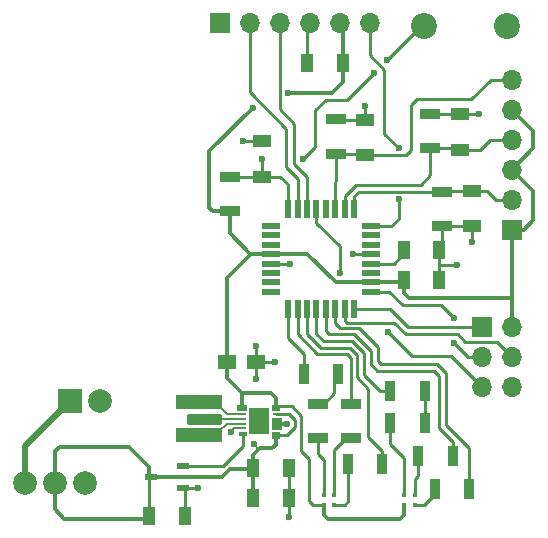
<source format=gtl>
%TF.GenerationSoftware,KiCad,Pcbnew,4.0.7*%
%TF.CreationDate,2018-10-18T17:54:17-04:00*%
%TF.ProjectId,GCEW_Glove,474345575F476C6F76652E6B69636164,1*%
%TF.FileFunction,Copper,L1,Top,Signal*%
%FSLAX46Y46*%
G04 Gerber Fmt 4.6, Leading zero omitted, Abs format (unit mm)*
G04 Created by KiCad (PCBNEW 4.0.7) date 10/18/18 17:54:17*
%MOMM*%
%LPD*%
G01*
G04 APERTURE LIST*
%ADD10C,0.100000*%
%ADD11R,1.680000X2.200000*%
%ADD12R,0.600000X0.200000*%
%ADD13R,2.000000X2.000000*%
%ADD14C,2.000000*%
%ADD15R,1.000000X1.600000*%
%ADD16R,1.500000X1.250000*%
%ADD17R,1.600000X1.000000*%
%ADD18R,1.700000X1.700000*%
%ADD19O,1.700000X1.700000*%
%ADD20R,3.900000X1.200000*%
%ADD21R,0.900000X1.700000*%
%ADD22R,1.700000X0.900000*%
%ADD23C,2.200000*%
%ADD24R,1.050000X0.600000*%
%ADD25R,1.600000X0.550000*%
%ADD26R,0.550000X1.600000*%
%ADD27R,0.450000X0.450000*%
%ADD28C,0.600000*%
%ADD29C,0.200000*%
%ADD30C,0.300000*%
%ADD31C,0.220000*%
%ADD32C,0.250000*%
%ADD33C,0.500000*%
%ADD34C,0.254000*%
%ADD35C,0.025400*%
G04 APERTURE END LIST*
D10*
D11*
X154500000Y-136500000D03*
D12*
X153100000Y-135500000D03*
X153100000Y-135900000D03*
X153100000Y-136300000D03*
X153100000Y-136700000D03*
X153100000Y-137100000D03*
X153100000Y-137500000D03*
X155900000Y-137500000D03*
X155900000Y-137100000D03*
X155900000Y-136700000D03*
X155900000Y-136300000D03*
X155900000Y-135900000D03*
X155900000Y-135500000D03*
D13*
X138480000Y-134770000D03*
D14*
X141020000Y-134770000D03*
D15*
X145200000Y-144500000D03*
X148200000Y-144500000D03*
X157000000Y-140500000D03*
X154000000Y-140500000D03*
X157000000Y-143000000D03*
X154000000Y-143000000D03*
D16*
X151750000Y-131500000D03*
X154250000Y-131500000D03*
D15*
X166750000Y-122000000D03*
X169750000Y-122000000D03*
X169750000Y-124500000D03*
X166750000Y-124500000D03*
D17*
X154725000Y-112800000D03*
X154725000Y-115800000D03*
D15*
X158575000Y-106150000D03*
X161575000Y-106150000D03*
D17*
X172500000Y-117000000D03*
X172500000Y-120000000D03*
X171500000Y-113500000D03*
X171500000Y-110500000D03*
X163500000Y-114000000D03*
X163500000Y-111000000D03*
D18*
X173350000Y-128500000D03*
D19*
X175890000Y-128500000D03*
X173350000Y-131040000D03*
X175890000Y-131040000D03*
X173350000Y-133580000D03*
X175890000Y-133580000D03*
D18*
X175900000Y-120275000D03*
D19*
X175900000Y-117735000D03*
X175900000Y-115195000D03*
X175900000Y-112655000D03*
X175900000Y-110115000D03*
X175900000Y-107575000D03*
D20*
X149400000Y-134900000D03*
X149400000Y-137700000D03*
D21*
X172275000Y-142225000D03*
X169375000Y-142225000D03*
X161200000Y-132500000D03*
X158300000Y-132500000D03*
X170875000Y-139450000D03*
X167975000Y-139450000D03*
X168500000Y-136675000D03*
X165600000Y-136675000D03*
X168500000Y-133925000D03*
X165600000Y-133925000D03*
D22*
X159500000Y-137950000D03*
X159500000Y-135050000D03*
X162250000Y-137950000D03*
X162250000Y-135050000D03*
D21*
X162025000Y-140150000D03*
X164925000Y-140150000D03*
D22*
X152025000Y-118700000D03*
X152025000Y-115800000D03*
X170000000Y-117050000D03*
X170000000Y-119950000D03*
X169000000Y-113350000D03*
X169000000Y-110450000D03*
X161000000Y-113850000D03*
X161000000Y-110950000D03*
D14*
X137200000Y-141700000D03*
X139740000Y-141700000D03*
X134660000Y-141700000D03*
D23*
X168475000Y-103000000D03*
X175475000Y-103000000D03*
D24*
X145350000Y-141200000D03*
X148050000Y-140250000D03*
X148050000Y-142150000D03*
D25*
X155500000Y-119950000D03*
X155500000Y-120750000D03*
X155500000Y-121550000D03*
X155500000Y-122350000D03*
X155500000Y-123150000D03*
X155500000Y-123950000D03*
X155500000Y-124750000D03*
X155500000Y-125550000D03*
D26*
X156950000Y-127000000D03*
X157750000Y-127000000D03*
X158550000Y-127000000D03*
X159350000Y-127000000D03*
X160150000Y-127000000D03*
X160950000Y-127000000D03*
X161750000Y-127000000D03*
X162550000Y-127000000D03*
D25*
X164000000Y-125550000D03*
X164000000Y-124750000D03*
X164000000Y-123950000D03*
X164000000Y-123150000D03*
X164000000Y-122350000D03*
X164000000Y-121550000D03*
X164000000Y-120750000D03*
X164000000Y-119950000D03*
D26*
X162550000Y-118500000D03*
X161750000Y-118500000D03*
X160950000Y-118500000D03*
X160150000Y-118500000D03*
X159350000Y-118500000D03*
X158550000Y-118500000D03*
X157750000Y-118500000D03*
X156950000Y-118500000D03*
D18*
X151175000Y-102800000D03*
D19*
X153715000Y-102800000D03*
X156255000Y-102800000D03*
X158795000Y-102800000D03*
X161335000Y-102800000D03*
X163875000Y-102800000D03*
D27*
X166800000Y-143575000D03*
X166800000Y-142725000D03*
X167650000Y-142725000D03*
X167650000Y-143575000D03*
X160000000Y-143575000D03*
X160000000Y-142725000D03*
X160850000Y-142725000D03*
X160850000Y-143575000D03*
D28*
X154025000Y-138450000D03*
X152125000Y-137375000D03*
X156875000Y-136700000D03*
X150050000Y-136300000D03*
X150950000Y-136300000D03*
X149050000Y-136300000D03*
X155010000Y-137270000D03*
X153990000Y-137270000D03*
X155010000Y-135730000D03*
X153990000Y-135740000D03*
X157100000Y-123150000D03*
X162400000Y-122350000D03*
X157000000Y-144600000D03*
X153150000Y-112800000D03*
X149350000Y-142150000D03*
X154250000Y-130100000D03*
X155800000Y-131500000D03*
X154250000Y-132900000D03*
X163500000Y-109800000D03*
X173100000Y-110500000D03*
X171250000Y-123250000D03*
X172500000Y-121350000D03*
X153950000Y-109975000D03*
X156975000Y-108675000D03*
X165325000Y-105875000D03*
X164225000Y-106975000D03*
X158175000Y-114325000D03*
X154725000Y-114300000D03*
X171000000Y-127775000D03*
X171000000Y-129875000D03*
X165400000Y-128975000D03*
X161300000Y-123925000D03*
X166300000Y-113350000D03*
X166300000Y-117700000D03*
D29*
X153100000Y-137100000D02*
X152400000Y-137100000D01*
X154425000Y-138850000D02*
X154425000Y-138950000D01*
X154025000Y-138450000D02*
X154425000Y-138850000D01*
X152400000Y-137100000D02*
X152125000Y-137375000D01*
D30*
X154000000Y-140500000D02*
X154000000Y-139375000D01*
X154000000Y-139375000D02*
X154425000Y-138950000D01*
X154425000Y-138950000D02*
X154575000Y-138800000D01*
X154575000Y-138800000D02*
X155600000Y-138800000D01*
X155600000Y-138800000D02*
X155900000Y-138500000D01*
X155900000Y-138500000D02*
X155900000Y-137800000D01*
D31*
X155900000Y-135900000D02*
X157025000Y-135900000D01*
X156850000Y-137650000D02*
X156175000Y-137650000D01*
X157525000Y-136975000D02*
X156850000Y-137650000D01*
X157525000Y-136400000D02*
X157525000Y-136975000D01*
X157025000Y-135900000D02*
X157525000Y-136400000D01*
D30*
X137200000Y-141700000D02*
X137200000Y-139050000D01*
X137200000Y-139050000D02*
X137600000Y-138650000D01*
X137600000Y-138650000D02*
X143475000Y-138650000D01*
X143475000Y-138650000D02*
X145200000Y-140375000D01*
X145200000Y-140375000D02*
X145200000Y-141200000D01*
D32*
X145200000Y-141200000D02*
X145350000Y-141200000D01*
D30*
X137200000Y-141700000D02*
X137200000Y-143950000D01*
X137200000Y-143950000D02*
X138000000Y-144750000D01*
X138000000Y-144750000D02*
X144975000Y-144750000D01*
D32*
X144975000Y-144750000D02*
X145200000Y-144500000D01*
X137350000Y-141100000D02*
X137200000Y-141700000D01*
D30*
X145350000Y-141200000D02*
X151375000Y-141200000D01*
X151375000Y-141200000D02*
X152050000Y-140525000D01*
X152050000Y-140525000D02*
X153975000Y-140525000D01*
D32*
X153975000Y-140525000D02*
X154000000Y-140500000D01*
X145200000Y-144500000D02*
X145200000Y-141325000D01*
X145200000Y-141325000D02*
X145350000Y-141200000D01*
D30*
X154000000Y-143000000D02*
X154000000Y-140525000D01*
D32*
X154000000Y-140525000D02*
X154000000Y-140500000D01*
D30*
X155900000Y-136700000D02*
X156875000Y-136700000D01*
D29*
X149050000Y-136300000D02*
X150050000Y-136300000D01*
X150950000Y-136300000D02*
X153100000Y-136300000D01*
X150050000Y-136300000D02*
X150950000Y-136300000D01*
D32*
X154500000Y-136500000D02*
X154500000Y-136760000D01*
X154500000Y-136760000D02*
X155010000Y-137270000D01*
X154500000Y-136760000D02*
X153990000Y-137270000D01*
X154500000Y-136500000D02*
X154500000Y-136240000D01*
X154500000Y-136240000D02*
X155010000Y-135730000D01*
X154500000Y-136500000D02*
X154500000Y-136250000D01*
X154500000Y-136250000D02*
X153990000Y-135740000D01*
X155500000Y-123150000D02*
X157100000Y-123150000D01*
X164000000Y-122350000D02*
X162400000Y-122350000D01*
X157000000Y-143000000D02*
X157000000Y-144600000D01*
X154725000Y-112800000D02*
X153150000Y-112800000D01*
X158575000Y-106150000D02*
X158575000Y-103025000D01*
X158575000Y-103025000D02*
X158800000Y-102800000D01*
X158800000Y-102800000D02*
X158795000Y-102800000D01*
X148050000Y-142150000D02*
X149350000Y-142150000D01*
X154250000Y-131500000D02*
X154250000Y-130100000D01*
X154250000Y-131500000D02*
X155800000Y-131500000D01*
X154250000Y-131500000D02*
X154250000Y-132900000D01*
X163500000Y-111000000D02*
X163500000Y-109800000D01*
X163500000Y-111000000D02*
X161000000Y-111000000D01*
X161000000Y-111000000D02*
X161000000Y-110950000D01*
X171500000Y-110500000D02*
X173100000Y-110500000D01*
X171500000Y-110500000D02*
X169000000Y-110500000D01*
X169000000Y-110500000D02*
X169000000Y-110450000D01*
X169750000Y-123250000D02*
X171250000Y-123250000D01*
X172500000Y-120000000D02*
X172500000Y-121350000D01*
X172500000Y-120000000D02*
X170050000Y-120000000D01*
X170050000Y-120000000D02*
X170025000Y-119975000D01*
X170025000Y-119975000D02*
X170000000Y-119950000D01*
X169750000Y-124500000D02*
X169750000Y-123250000D01*
X169750000Y-123250000D02*
X169750000Y-122000000D01*
X169750000Y-122000000D02*
X170000000Y-121750000D01*
X170000000Y-121750000D02*
X170000000Y-119950000D01*
X148200000Y-144500000D02*
X148200000Y-142300000D01*
X148200000Y-142300000D02*
X148050000Y-142150000D01*
X157000000Y-140500000D02*
X157000000Y-142700000D01*
X157000000Y-142700000D02*
X157000000Y-143000000D01*
X155900000Y-135250000D02*
X157250000Y-135250000D01*
X159050000Y-143575000D02*
X160000000Y-143575000D01*
X158750000Y-143275000D02*
X159050000Y-143575000D01*
X158750000Y-139725000D02*
X158750000Y-143275000D01*
X158025000Y-139000000D02*
X158750000Y-139725000D01*
X158025000Y-136025000D02*
X158025000Y-139000000D01*
X157250000Y-135250000D02*
X158025000Y-136025000D01*
D30*
X153025000Y-134125000D02*
X155475000Y-134125000D01*
X155900000Y-134550000D02*
X155900000Y-135250000D01*
X155900000Y-135250000D02*
X155900000Y-135200000D01*
X155475000Y-134125000D02*
X155900000Y-134550000D01*
X151750000Y-131500000D02*
X151750000Y-132850000D01*
X153025000Y-134125000D02*
X153025000Y-134125000D01*
X153025000Y-134125000D02*
X153025000Y-135150000D01*
X151750000Y-132850000D02*
X153025000Y-134125000D01*
X152025000Y-118700000D02*
X150550000Y-118700000D01*
X150550000Y-118700000D02*
X150275000Y-118425000D01*
X150275000Y-118425000D02*
X150275000Y-113650000D01*
X150275000Y-113650000D02*
X153950000Y-109975000D01*
X156975000Y-108675000D02*
X160675000Y-108675000D01*
X160675000Y-108675000D02*
X161575000Y-107775000D01*
X161575000Y-107775000D02*
X161575000Y-106150000D01*
D32*
X175900000Y-115195000D02*
X175905000Y-115195000D01*
D30*
X175905000Y-115195000D02*
X177700000Y-113400000D01*
X177700000Y-113400000D02*
X177700000Y-111925000D01*
X177700000Y-111925000D02*
X175900000Y-110125000D01*
D32*
X175900000Y-110125000D02*
X175900000Y-110115000D01*
D30*
X175900000Y-120275000D02*
X176925000Y-120275000D01*
X176925000Y-120275000D02*
X177700000Y-119500000D01*
X177700000Y-119500000D02*
X177700000Y-117000000D01*
X177700000Y-117000000D02*
X175900000Y-115200000D01*
D32*
X175900000Y-115200000D02*
X175900000Y-115195000D01*
D30*
X166750000Y-124500000D02*
X166750000Y-125600000D01*
X175875000Y-126075000D02*
X175890000Y-126075000D01*
X167225000Y-126075000D02*
X175875000Y-126075000D01*
X166750000Y-125600000D02*
X167225000Y-126075000D01*
X175890000Y-128500000D02*
X175890000Y-126075000D01*
X175890000Y-126075000D02*
X175890000Y-120985000D01*
D32*
X175890000Y-120985000D02*
X175900000Y-120975000D01*
X175900000Y-120975000D02*
X175900000Y-120275000D01*
D30*
X160000000Y-143575000D02*
X160000000Y-144450000D01*
X166800000Y-144400000D02*
X166800000Y-143575000D01*
X166400000Y-144800000D02*
X166800000Y-144400000D01*
X160350000Y-144800000D02*
X166400000Y-144800000D01*
X160000000Y-144450000D02*
X160350000Y-144800000D01*
X155500000Y-122350000D02*
X158575000Y-122350000D01*
X160975000Y-124750000D02*
X164000000Y-124750000D01*
X158575000Y-122350000D02*
X160975000Y-124750000D01*
X152025000Y-118700000D02*
X152025000Y-120575000D01*
X153750000Y-122300000D02*
X153750000Y-122350000D01*
X152025000Y-120575000D02*
X153750000Y-122300000D01*
X161575000Y-106150000D02*
X161575000Y-103050000D01*
D32*
X161575000Y-103050000D02*
X161350000Y-102825000D01*
X161350000Y-102825000D02*
X161335000Y-102800000D01*
D30*
X164000000Y-124750000D02*
X166425000Y-124750000D01*
D32*
X166425000Y-124750000D02*
X166750000Y-124500000D01*
D30*
X151750000Y-131500000D02*
X151750000Y-124375000D01*
X151750000Y-124375000D02*
X153775000Y-122350000D01*
X153775000Y-122350000D02*
X153750000Y-122350000D01*
X153750000Y-122350000D02*
X154775000Y-122350000D01*
D32*
X154775000Y-122350000D02*
X155500000Y-122350000D01*
X164000000Y-123150000D02*
X165875000Y-123150000D01*
X165875000Y-123150000D02*
X166750000Y-122275000D01*
X166750000Y-122275000D02*
X166750000Y-122000000D01*
X154725000Y-115800000D02*
X154725000Y-114300000D01*
X165325000Y-105875000D02*
X168200000Y-103000000D01*
X161925000Y-109275000D02*
X164225000Y-106975000D01*
X160150000Y-109275000D02*
X161925000Y-109275000D01*
X159250000Y-110175000D02*
X160150000Y-109275000D01*
X159250000Y-113250000D02*
X159250000Y-110175000D01*
X158175000Y-114325000D02*
X159250000Y-113250000D01*
X168200000Y-103000000D02*
X168450000Y-103000000D01*
X168450000Y-103000000D02*
X168475000Y-103000000D01*
X154725000Y-115800000D02*
X156300000Y-115800000D01*
X156950000Y-116450000D02*
X156950000Y-118475000D01*
X156300000Y-115800000D02*
X156950000Y-116450000D01*
X156950000Y-118475000D02*
X156950000Y-118500000D01*
X152025000Y-115800000D02*
X154725000Y-115800000D01*
X175900000Y-117735000D02*
X174510000Y-117735000D01*
X173775000Y-117000000D02*
X172525000Y-117000000D01*
X174510000Y-117735000D02*
X173775000Y-117000000D01*
X172525000Y-117000000D02*
X172500000Y-117000000D01*
X162550000Y-118500000D02*
X162550000Y-117450000D01*
X162950000Y-117050000D02*
X170000000Y-117050000D01*
X162550000Y-117450000D02*
X162950000Y-117050000D01*
X172500000Y-116950000D02*
X172500000Y-117000000D01*
X172500000Y-117000000D02*
X170050000Y-117000000D01*
X170050000Y-117000000D02*
X170000000Y-117050000D01*
X175900000Y-112655000D02*
X174020000Y-112655000D01*
X173175000Y-113500000D02*
X171500000Y-113500000D01*
X174020000Y-112655000D02*
X173175000Y-113500000D01*
X161750000Y-118500000D02*
X161750000Y-117400000D01*
X169000000Y-115650000D02*
X169000000Y-113350000D01*
X168175000Y-116475000D02*
X169000000Y-115650000D01*
X162675000Y-116475000D02*
X168175000Y-116475000D01*
X161750000Y-117400000D02*
X162675000Y-116475000D01*
X169000000Y-113350000D02*
X171450000Y-113350000D01*
X171450000Y-113350000D02*
X171500000Y-113500000D01*
X166950000Y-114000000D02*
X163500000Y-114000000D01*
X167375000Y-113575000D02*
X166950000Y-114000000D01*
X167375000Y-109750000D02*
X167375000Y-113575000D01*
X167900000Y-109225000D02*
X167375000Y-109750000D01*
X172450000Y-109225000D02*
X167900000Y-109225000D01*
X174100000Y-107575000D02*
X172450000Y-109225000D01*
X175900000Y-107575000D02*
X174100000Y-107575000D01*
X161000000Y-113850000D02*
X163400000Y-113850000D01*
X163400000Y-113850000D02*
X163500000Y-114000000D01*
X160950000Y-118500000D02*
X161000000Y-113900000D01*
X161000000Y-113900000D02*
X161000000Y-113850000D01*
X166800000Y-142725000D02*
X166800000Y-139600000D01*
X165600000Y-138400000D02*
X165600000Y-136700000D01*
X166800000Y-139600000D02*
X165600000Y-138400000D01*
X165600000Y-136700000D02*
X165600000Y-136675000D01*
X167650000Y-142725000D02*
X167650000Y-141425000D01*
X167975000Y-141100000D02*
X167975000Y-139450000D01*
X167650000Y-141425000D02*
X167975000Y-141100000D01*
X167650000Y-143575000D02*
X168425000Y-143575000D01*
X168425000Y-143575000D02*
X169375000Y-142625000D01*
X169375000Y-142625000D02*
X169375000Y-142225000D01*
X160000000Y-142725000D02*
X160000000Y-139775000D01*
X159500000Y-139275000D02*
X159500000Y-137950000D01*
X160000000Y-139775000D02*
X159500000Y-139275000D01*
X160850000Y-142725000D02*
X160850000Y-138925000D01*
X160850000Y-138925000D02*
X161825000Y-137950000D01*
X161825000Y-137950000D02*
X162250000Y-137950000D01*
X160850000Y-143575000D02*
X161725000Y-143575000D01*
X162025000Y-143275000D02*
X162025000Y-140150000D01*
X161725000Y-143575000D02*
X162025000Y-143275000D01*
X173350000Y-128500000D02*
X167100000Y-128500000D01*
X165600000Y-127000000D02*
X162550000Y-127000000D01*
X167100000Y-128500000D02*
X165600000Y-127000000D01*
X173350000Y-131040000D02*
X172165000Y-131040000D01*
X165500000Y-125550000D02*
X164000000Y-125550000D01*
X166650000Y-126700000D02*
X165500000Y-125550000D01*
X169925000Y-126700000D02*
X166650000Y-126700000D01*
X171000000Y-127775000D02*
X169925000Y-126700000D01*
X172165000Y-131040000D02*
X171000000Y-129875000D01*
X161750000Y-127000000D02*
X161750000Y-128000000D01*
X174625000Y-129775000D02*
X175875000Y-131025000D01*
X171950000Y-129775000D02*
X174625000Y-129775000D01*
X171325000Y-129150000D02*
X171950000Y-129775000D01*
X166900000Y-129150000D02*
X171325000Y-129150000D01*
X165900000Y-128150000D02*
X166900000Y-129150000D01*
X161900000Y-128150000D02*
X165900000Y-128150000D01*
X161750000Y-128000000D02*
X161900000Y-128150000D01*
X175875000Y-131025000D02*
X175890000Y-131040000D01*
X159350000Y-118500000D02*
X159350000Y-119700000D01*
X170775000Y-131000000D02*
X173350000Y-133575000D01*
X167425000Y-131000000D02*
X170775000Y-131000000D01*
X165400000Y-128975000D02*
X167425000Y-131000000D01*
X161300000Y-121650000D02*
X161300000Y-123925000D01*
X159350000Y-119700000D02*
X161300000Y-121650000D01*
X173350000Y-133575000D02*
X173350000Y-133580000D01*
D29*
X153100000Y-135900000D02*
X151750000Y-135900000D01*
X151750000Y-135900000D02*
X151100000Y-135250000D01*
X151100000Y-135250000D02*
X149400000Y-134900000D01*
X153100000Y-136700000D02*
X151750000Y-136700000D01*
X151750000Y-136700000D02*
X151100000Y-137350000D01*
X151100000Y-137350000D02*
X149400000Y-137700000D01*
D32*
X160950000Y-127000000D02*
X160950000Y-128200000D01*
X172275000Y-138725000D02*
X172275000Y-142225000D01*
X170350000Y-136800000D02*
X172275000Y-138725000D01*
X170350000Y-132400000D02*
X170350000Y-136800000D01*
X169575000Y-131625000D02*
X170350000Y-132400000D01*
X164800000Y-131625000D02*
X169575000Y-131625000D01*
X164600000Y-131425000D02*
X164800000Y-131625000D01*
X164600000Y-130250000D02*
X164600000Y-131425000D01*
X162975000Y-128625000D02*
X164600000Y-130250000D01*
X161375000Y-128625000D02*
X162975000Y-128625000D01*
X160950000Y-128200000D02*
X161375000Y-128625000D01*
X159500000Y-135050000D02*
X159950000Y-135050000D01*
X159950000Y-135050000D02*
X160875000Y-134125000D01*
X160875000Y-134125000D02*
X160875000Y-133300000D01*
X160875000Y-133300000D02*
X161200000Y-132500000D01*
X158300000Y-132500000D02*
X158300000Y-130825000D01*
X156950000Y-129475000D02*
X156950000Y-127325000D01*
X158300000Y-130825000D02*
X156950000Y-129475000D01*
X156950000Y-127325000D02*
X156950000Y-127000000D01*
X170875000Y-139450000D02*
X170875000Y-138225000D01*
X160150000Y-128900000D02*
X160150000Y-127700000D01*
X160375000Y-129125000D02*
X160150000Y-128900000D01*
X162550000Y-129125000D02*
X160375000Y-129125000D01*
X163950000Y-130525000D02*
X162550000Y-129125000D01*
X163950000Y-131675000D02*
X163950000Y-130525000D01*
X164500000Y-132225000D02*
X163950000Y-131675000D01*
X169300000Y-132225000D02*
X164500000Y-132225000D01*
X169725000Y-132650000D02*
X169300000Y-132225000D01*
X169725000Y-137075000D02*
X169725000Y-132650000D01*
X170875000Y-138225000D02*
X169725000Y-137075000D01*
X160150000Y-127700000D02*
X160150000Y-127000000D01*
X168500000Y-136675000D02*
X168500000Y-133925000D01*
X165600000Y-133925000D02*
X164700000Y-133925000D01*
X159350000Y-129125000D02*
X159350000Y-127000000D01*
X159950000Y-129725000D02*
X159350000Y-129125000D01*
X162350000Y-129725000D02*
X159950000Y-129725000D01*
X163375000Y-130750000D02*
X162350000Y-129725000D01*
X163375000Y-132600000D02*
X163375000Y-130750000D01*
X164700000Y-133925000D02*
X163375000Y-132600000D01*
X162250000Y-135050000D02*
X162250000Y-131125000D01*
X157750000Y-129125000D02*
X157750000Y-127525000D01*
X159425000Y-130800000D02*
X157750000Y-129125000D01*
X161925000Y-130800000D02*
X159425000Y-130800000D01*
X162250000Y-131125000D02*
X161925000Y-130800000D01*
X157750000Y-127525000D02*
X157750000Y-127000000D01*
X164925000Y-140150000D02*
X164925000Y-139000000D01*
X158550000Y-129150000D02*
X158550000Y-127600000D01*
X159725000Y-130325000D02*
X158550000Y-129150000D01*
X162175000Y-130325000D02*
X159725000Y-130325000D01*
X162750000Y-130900000D02*
X162175000Y-130325000D01*
X162750000Y-132775000D02*
X162750000Y-130900000D01*
X163750000Y-133775000D02*
X162750000Y-132775000D01*
X163750000Y-137825000D02*
X163750000Y-133775000D01*
X164925000Y-139000000D02*
X163750000Y-137825000D01*
X158550000Y-127600000D02*
X158550000Y-127000000D01*
D31*
X148050000Y-140250000D02*
X151475000Y-140250000D01*
X153100000Y-138625000D02*
X153100000Y-137675000D01*
X151475000Y-140250000D02*
X153100000Y-138625000D01*
D32*
X164000000Y-119950000D02*
X165700000Y-119950000D01*
X163875000Y-105525000D02*
X163875000Y-102825000D01*
X165100000Y-106750000D02*
X163875000Y-105525000D01*
X165100000Y-112150000D02*
X165100000Y-106750000D01*
X166300000Y-113350000D02*
X165100000Y-112150000D01*
X166300000Y-119350000D02*
X166300000Y-117700000D01*
X165700000Y-119950000D02*
X166300000Y-119350000D01*
X163875000Y-102825000D02*
X163875000Y-102800000D01*
X158550000Y-118500000D02*
X158550000Y-115800000D01*
X156250000Y-110100000D02*
X156250000Y-102850000D01*
X157450000Y-111300000D02*
X156250000Y-110100000D01*
X157450000Y-114700000D02*
X157450000Y-111300000D01*
X158550000Y-115800000D02*
X157450000Y-114700000D01*
X156250000Y-102850000D02*
X156255000Y-102800000D01*
X157750000Y-118500000D02*
X157750000Y-115950000D01*
X153725000Y-108650000D02*
X153725000Y-102825000D01*
X156800000Y-111725000D02*
X153725000Y-108650000D01*
X156800000Y-115000000D02*
X156800000Y-111725000D01*
X157750000Y-115950000D02*
X156800000Y-115000000D01*
X153725000Y-102825000D02*
X153715000Y-102800000D01*
D33*
X134660000Y-141700000D02*
X134660000Y-138590000D01*
X134660000Y-138590000D02*
X138475000Y-134775000D01*
X138475000Y-134775000D02*
X138480000Y-134770000D01*
D34*
G36*
X151223000Y-136623000D02*
X148477000Y-136623000D01*
X148477000Y-135977000D01*
X151223000Y-135977000D01*
X151223000Y-136623000D01*
X151223000Y-136623000D01*
G37*
X151223000Y-136623000D02*
X148477000Y-136623000D01*
X148477000Y-135977000D01*
X151223000Y-135977000D01*
X151223000Y-136623000D01*
D35*
G36*
X153387300Y-135587300D02*
X152662700Y-135587300D01*
X152662700Y-135112700D01*
X153387300Y-135112700D01*
X153387300Y-135587300D01*
X153387300Y-135587300D01*
G37*
X153387300Y-135587300D02*
X152662700Y-135587300D01*
X152662700Y-135112700D01*
X153387300Y-135112700D01*
X153387300Y-135587300D01*
G36*
X156187300Y-135587300D02*
X155612700Y-135587300D01*
X155612700Y-135112700D01*
X156187300Y-135112700D01*
X156187300Y-135587300D01*
X156187300Y-135587300D01*
G37*
X156187300Y-135587300D02*
X155612700Y-135587300D01*
X155612700Y-135112700D01*
X156187300Y-135112700D01*
X156187300Y-135587300D01*
G36*
X156187300Y-137887300D02*
X155612700Y-137887300D01*
X155612700Y-137412700D01*
X156187300Y-137412700D01*
X156187300Y-137887300D01*
X156187300Y-137887300D01*
G37*
X156187300Y-137887300D02*
X155612700Y-137887300D01*
X155612700Y-137412700D01*
X156187300Y-137412700D01*
X156187300Y-137887300D01*
G36*
X156387300Y-137187300D02*
X155612700Y-137187300D01*
X155612700Y-136212700D01*
X156387300Y-136212700D01*
X156387300Y-137187300D01*
X156387300Y-137187300D01*
G37*
X156387300Y-137187300D02*
X155612700Y-137187300D01*
X155612700Y-136212700D01*
X156387300Y-136212700D01*
X156387300Y-137187300D01*
G36*
X153387300Y-137687300D02*
X152812700Y-137687300D01*
X152812700Y-137412700D01*
X153387300Y-137412700D01*
X153387300Y-137687300D01*
X153387300Y-137687300D01*
G37*
X153387300Y-137687300D02*
X152812700Y-137687300D01*
X152812700Y-137412700D01*
X153387300Y-137412700D01*
X153387300Y-137687300D01*
M02*

</source>
